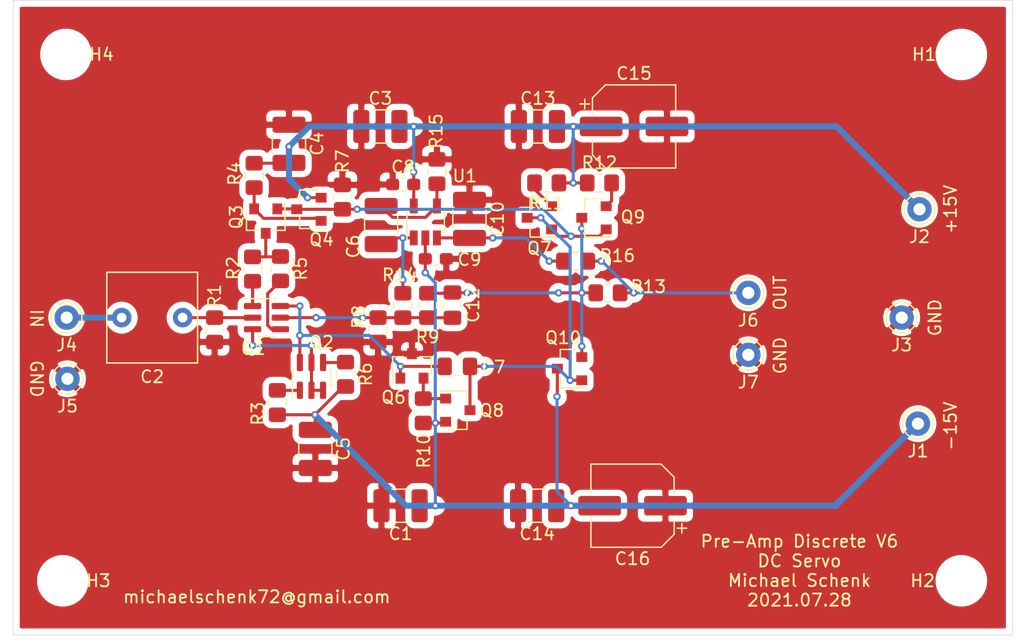
<source format=kicad_pcb>
(kicad_pcb (version 20171130) (host pcbnew "(5.1.10-0-10_14)")
  (layers (0 F.Cu signal) (31 B.Cu signal) (34 B.Paste user) (35 F.Paste user) (36 B.SilkS user) (37 F.SilkS user) (38 B.Mask user) (39 F.Mask user) (44 Edge.Cuts user))
  (net 0 "")
  (net 1 GND)
  (net 2 +15V)
  (net 3 "Net-(C2-Pad2)")
  (net 4 "Net-(C2-Pad1)")
  (net 5 -15V)
  (net 6 "Net-(C7-Pad2)")
  (net 7 "Net-(C7-Pad1)")
  (net 8 "Net-(C10-Pad2)")
  (net 9 "Net-(Q2-Pad1)")
  (net 10 "Net-(Q3-Pad3)")
  (net 11 "Net-(Q3-Pad2)")
  (net 12 "Net-(Q6-Pad2)")
  (net 13 "Net-(Q7-Pad2)")
  (net 14 "Net-(Q9-Pad2)")
  (net 15 "Net-(C12-Pad2)")
  (net 16 "Net-(C12-Pad1)")
  (net 17 "Net-(C6-Pad2)")
  (net 18 DCSERVO_OUT)
  (net 19 DCSERVO_IN)
  (net 20 "Net-(Q1-Pad4)")
  (net 21 "Net-(Q1-Pad3)")
  (net 22 "Net-(Q1-Pad1)")
  (net 23 "Net-(Q2-Pad4)")
  (net 24 "Net-(Q3-Pad1)")
  (module Capacitor_SMD:C_1210_3225Metric_Pad1.33x2.70mm_HandSolder (layer F.Cu) (at 152.019 106.2355)
    (fp_text reference C3 (at 0 -2.3) (layer F.SilkS))
    (fp_text value 100nF)
    (fp_line (start -0.711252 -1.36) (end 0.711252 -1.36) (layer F.SilkS) (width 0.12))
    (fp_line (start -0.711252 1.36) (end 0.711252 1.36) (layer F.SilkS) (width 0.12))
    (pad 2 smd roundrect (at 1.5625 0) (size 1.325 2.7) (layers F.Cu F.Paste F.Mask) (roundrect_rratio 0.188679) (net 2 +15V))
    (pad 1 smd roundrect (at -1.5625 0) (size 1.325 2.7) (layers F.Cu F.Paste F.Mask) (roundrect_rratio 0.188679) (net 1 GND))
  )
  (module Capacitor_SMD:C_1210_3225Metric_Pad1.33x2.70mm_HandSolder (layer F.Cu) (at 153.67 137.3505 180)
    (fp_text reference C1 (at 0 -2.3) (layer F.SilkS))
    (fp_text value 100nF)
    (fp_line (start -0.711252 -1.36) (end 0.711252 -1.36) (layer F.SilkS) (width 0.12))
    (fp_line (start -0.711252 1.36) (end 0.711252 1.36) (layer F.SilkS) (width 0.12))
    (pad 2 smd roundrect (at 1.5625 0 180) (size 1.325 2.7) (layers F.Cu F.Paste F.Mask) (roundrect_rratio 0.188679) (net 1 GND))
    (pad 1 smd roundrect (at -1.5625 0 180) (size 1.325 2.7) (layers F.Cu F.Paste F.Mask) (roundrect_rratio 0.188679) (net 5 -15V))
  )
  (module Capacitor_SMD:CP_Elec_6.3x5.8 (layer F.Cu) (at 172.6895 137.3505 180)
    (fp_text reference C16 (at 0 -4.35) (layer F.SilkS))
    (fp_text value 10uF/25V)
    (fp_line (start -4.04375 -2.24125) (end -4.04375 -1.45375) (layer F.SilkS) (width 0.12))
    (fp_line (start -4.4375 -1.8475) (end -3.65 -1.8475) (layer F.SilkS) (width 0.12))
    (fp_line (start -3.41 2.345563) (end -2.345563 3.41) (layer F.SilkS) (width 0.12))
    (fp_line (start -3.41 -2.345563) (end -2.345563 -3.41) (layer F.SilkS) (width 0.12))
    (fp_line (start -3.41 -2.345563) (end -3.41 -1.06) (layer F.SilkS) (width 0.12))
    (fp_line (start -3.41 2.345563) (end -3.41 1.06) (layer F.SilkS) (width 0.12))
    (fp_line (start -2.345563 3.41) (end 3.41 3.41) (layer F.SilkS) (width 0.12))
    (fp_line (start -2.345563 -3.41) (end 3.41 -3.41) (layer F.SilkS) (width 0.12))
    (fp_line (start 3.41 -3.41) (end 3.41 -1.06) (layer F.SilkS) (width 0.12))
    (fp_line (start 3.41 3.41) (end 3.41 1.06) (layer F.SilkS) (width 0.12))
    (pad 2 smd roundrect (at 2.7 0 180) (size 3.5 1.6) (layers F.Cu F.Paste F.Mask) (roundrect_rratio 0.15625) (net 5 -15V))
    (pad 1 smd roundrect (at -2.7 0 180) (size 3.5 1.6) (layers F.Cu F.Paste F.Mask) (roundrect_rratio 0.15625) (net 1 GND))
  )
  (module Capacitor_SMD:CP_Elec_6.3x5.8 (layer F.Cu) (at 172.8165 106.2355)
    (fp_text reference C15 (at 0 -4.35) (layer F.SilkS))
    (fp_text value 10uF/25V)
    (fp_line (start -4.04375 -2.24125) (end -4.04375 -1.45375) (layer F.SilkS) (width 0.12))
    (fp_line (start -4.4375 -1.8475) (end -3.65 -1.8475) (layer F.SilkS) (width 0.12))
    (fp_line (start -3.41 2.345563) (end -2.345563 3.41) (layer F.SilkS) (width 0.12))
    (fp_line (start -3.41 -2.345563) (end -2.345563 -3.41) (layer F.SilkS) (width 0.12))
    (fp_line (start -3.41 -2.345563) (end -3.41 -1.06) (layer F.SilkS) (width 0.12))
    (fp_line (start -3.41 2.345563) (end -3.41 1.06) (layer F.SilkS) (width 0.12))
    (fp_line (start -2.345563 3.41) (end 3.41 3.41) (layer F.SilkS) (width 0.12))
    (fp_line (start -2.345563 -3.41) (end 3.41 -3.41) (layer F.SilkS) (width 0.12))
    (fp_line (start 3.41 -3.41) (end 3.41 -1.06) (layer F.SilkS) (width 0.12))
    (fp_line (start 3.41 3.41) (end 3.41 1.06) (layer F.SilkS) (width 0.12))
    (pad 2 smd roundrect (at 2.7 0) (size 3.5 1.6) (layers F.Cu F.Paste F.Mask) (roundrect_rratio 0.15625) (net 1 GND))
    (pad 1 smd roundrect (at -2.7 0) (size 3.5 1.6) (layers F.Cu F.Paste F.Mask) (roundrect_rratio 0.15625) (net 2 +15V))
  )
  (module Capacitor_SMD:C_1210_3225Metric_Pad1.33x2.70mm_HandSolder (layer F.Cu) (at 164.871 137.3505 180)
    (fp_text reference C14 (at 0 -2.3) (layer F.SilkS))
    (fp_text value 100nF)
    (fp_line (start -0.711252 1.36) (end 0.711252 1.36) (layer F.SilkS) (width 0.12))
    (fp_line (start -0.711252 -1.36) (end 0.711252 -1.36) (layer F.SilkS) (width 0.12))
    (pad 2 smd roundrect (at 1.5625 0 180) (size 1.325 2.7) (layers F.Cu F.Paste F.Mask) (roundrect_rratio 0.188679) (net 1 GND))
    (pad 1 smd roundrect (at -1.5625 0 180) (size 1.325 2.7) (layers F.Cu F.Paste F.Mask) (roundrect_rratio 0.188679) (net 5 -15V))
  )
  (module Capacitor_SMD:C_1210_3225Metric_Pad1.33x2.70mm_HandSolder (layer F.Cu) (at 164.9345 106.2355)
    (fp_text reference C13 (at 0 -2.3) (layer F.SilkS))
    (fp_text value 100nF)
    (fp_line (start -0.711252 1.36) (end 0.711252 1.36) (layer F.SilkS) (width 0.12))
    (fp_line (start -0.711252 -1.36) (end 0.711252 -1.36) (layer F.SilkS) (width 0.12))
    (pad 2 smd roundrect (at 1.5625 0) (size 1.325 2.7) (layers F.Cu F.Paste F.Mask) (roundrect_rratio 0.188679) (net 2 +15V))
    (pad 1 smd roundrect (at -1.5625 0) (size 1.325 2.7) (layers F.Cu F.Paste F.Mask) (roundrect_rratio 0.188679) (net 1 GND))
  )
  (module Capacitor_SMD:C_1210_3225Metric_Pad1.33x2.70mm_HandSolder (layer F.Cu) (at 159.3215 113.817 270)
    (fp_text reference C10 (at 0 -2.3 90) (layer F.SilkS))
    (fp_text value 1uF)
    (fp_line (start -0.711252 1.36) (end 0.711252 1.36) (layer F.SilkS) (width 0.12))
    (fp_line (start -0.711252 -1.36) (end 0.711252 -1.36) (layer F.SilkS) (width 0.12))
    (pad 2 smd roundrect (at 1.5625 0 270) (size 1.325 2.7) (layers F.Cu F.Paste F.Mask) (roundrect_rratio 0.188679) (net 8 "Net-(C10-Pad2)"))
    (pad 1 smd roundrect (at -1.5625 0 270) (size 1.325 2.7) (layers F.Cu F.Paste F.Mask) (roundrect_rratio 0.188679) (net 1 GND))
  )
  (module Capacitor_SMD:C_1210_3225Metric_Pad1.33x2.70mm_HandSolder (layer F.Cu) (at 152.0825 114.3215 90)
    (fp_text reference C6 (at -1.7565 -2.286 270) (layer F.SilkS))
    (fp_text value 1uF)
    (fp_line (start -0.711252 1.36) (end 0.711252 1.36) (layer F.SilkS) (width 0.12))
    (fp_line (start -0.711252 -1.36) (end 0.711252 -1.36) (layer F.SilkS) (width 0.12))
    (pad 2 smd roundrect (at 1.5625 0 90) (size 1.325 2.7) (layers F.Cu F.Paste F.Mask) (roundrect_rratio 0.188679) (net 17 "Net-(C6-Pad2)"))
    (pad 1 smd roundrect (at -1.5625 0 90) (size 1.325 2.7) (layers F.Cu F.Paste F.Mask) (roundrect_rratio 0.188679) (net 18 DCSERVO_OUT))
  )
  (module Capacitor_SMD:C_1210_3225Metric_Pad1.33x2.70mm_HandSolder (layer F.Cu) (at 146.685 132.69 270)
    (fp_text reference C5 (at 0 -2.3 90) (layer F.SilkS))
    (fp_text value 100nF)
    (fp_line (start -0.711252 1.36) (end 0.711252 1.36) (layer F.SilkS) (width 0.12))
    (fp_line (start -0.711252 -1.36) (end 0.711252 -1.36) (layer F.SilkS) (width 0.12))
    (pad 2 smd roundrect (at 1.5625 0 270) (size 1.325 2.7) (layers F.Cu F.Paste F.Mask) (roundrect_rratio 0.188679) (net 1 GND))
    (pad 1 smd roundrect (at -1.5625 0 270) (size 1.325 2.7) (layers F.Cu F.Paste F.Mask) (roundrect_rratio 0.188679) (net 5 -15V))
  )
  (module Capacitor_SMD:C_1210_3225Metric_Pad1.33x2.70mm_HandSolder (layer F.Cu) (at 144.526 107.6575 270)
    (fp_text reference C4 (at 0 -2.3 90) (layer F.SilkS))
    (fp_text value 100nF)
    (fp_line (start -0.711252 1.36) (end 0.711252 1.36) (layer F.SilkS) (width 0.12))
    (fp_line (start -0.711252 -1.36) (end 0.711252 -1.36) (layer F.SilkS) (width 0.12))
    (pad 2 smd roundrect (at 1.5625 0 270) (size 1.325 2.7) (layers F.Cu F.Paste F.Mask) (roundrect_rratio 0.188679) (net 2 +15V))
    (pad 1 smd roundrect (at -1.5625 0 270) (size 1.325 2.7) (layers F.Cu F.Paste F.Mask) (roundrect_rratio 0.188679) (net 1 GND))
  )
  (module Package_TO_SOT_SMD:TSOT-23-5 (layer F.Cu) (at 155.7045 114.0695 90)
    (fp_text reference U1 (at 3.77 3.236 180) (layer F.SilkS))
    (fp_text value OPA188xxDBV)
    (fp_line (start 0.88 -1.51) (end -1.55 -1.51) (layer F.SilkS) (width 0.12))
    (fp_line (start -0.88 1.56) (end 0.88 1.56) (layer F.SilkS) (width 0.12))
    (pad 5 smd rect (at 1.31 -0.95 90) (size 1.22 0.65) (layers F.Cu F.Paste F.Mask) (net 2 +15V))
    (pad 4 smd rect (at 1.31 0.95 90) (size 1.22 0.65) (layers F.Cu F.Paste F.Mask) (net 17 "Net-(C6-Pad2)"))
    (pad 3 smd rect (at -1.31 0.95 90) (size 1.22 0.65) (layers F.Cu F.Paste F.Mask) (net 8 "Net-(C10-Pad2)"))
    (pad 2 smd rect (at -1.31 0 90) (size 1.22 0.65) (layers F.Cu F.Paste F.Mask) (net 5 -15V))
    (pad 1 smd rect (at -1.31 -0.95 90) (size 1.22 0.65) (layers F.Cu F.Paste F.Mask) (net 18 DCSERVO_OUT))
  )
  (module Resistor_SMD:R_0805_2012Metric_Pad1.20x1.40mm_HandSolder (layer F.Cu) (at 168.021 117.2845 180)
    (fp_text reference R16 (at -3.429 0.4445) (layer F.SilkS))
    (fp_text value 100k)
    (fp_line (start -0.227064 0.735) (end 0.227064 0.735) (layer F.SilkS) (width 0.12))
    (fp_line (start -0.227064 -0.735) (end 0.227064 -0.735) (layer F.SilkS) (width 0.12))
    (pad 2 smd roundrect (at 1 0 180) (size 1.2 1.4) (layers F.Cu F.Paste F.Mask) (roundrect_rratio 0.208333) (net 8 "Net-(C10-Pad2)"))
    (pad 1 smd roundrect (at -1 0 180) (size 1.2 1.4) (layers F.Cu F.Paste F.Mask) (roundrect_rratio 0.208333) (net 19 DCSERVO_IN))
  )
  (module Resistor_SMD:R_0805_2012Metric_Pad1.20x1.40mm_HandSolder (layer F.Cu) (at 156.6545 109.9345 90)
    (fp_text reference R15 (at 3.318 -0.0635 90) (layer F.SilkS))
    (fp_text value 100k)
    (fp_line (start -0.227064 0.735) (end 0.227064 0.735) (layer F.SilkS) (width 0.12))
    (fp_line (start -0.227064 -0.735) (end 0.227064 -0.735) (layer F.SilkS) (width 0.12))
    (pad 2 smd roundrect (at 1 0 90) (size 1.2 1.4) (layers F.Cu F.Paste F.Mask) (roundrect_rratio 0.208333) (net 1 GND))
    (pad 1 smd roundrect (at -1 0 90) (size 1.2 1.4) (layers F.Cu F.Paste F.Mask) (roundrect_rratio 0.208333) (net 17 "Net-(C6-Pad2)"))
  )
  (module Resistor_SMD:R_0805_2012Metric_Pad1.20x1.40mm_HandSolder (layer F.Cu) (at 153.8605 120.92 270)
    (fp_text reference R14 (at -2.4925 0.254 180) (layer F.SilkS))
    (fp_text value 10k)
    (fp_line (start -0.227064 0.735) (end 0.227064 0.735) (layer F.SilkS) (width 0.12))
    (fp_line (start -0.227064 -0.735) (end 0.227064 -0.735) (layer F.SilkS) (width 0.12))
    (pad 2 smd roundrect (at 1 0 270) (size 1.2 1.4) (layers F.Cu F.Paste F.Mask) (roundrect_rratio 0.208333) (net 15 "Net-(C12-Pad2)"))
    (pad 1 smd roundrect (at -1 0 270) (size 1.2 1.4) (layers F.Cu F.Paste F.Mask) (roundrect_rratio 0.208333) (net 18 DCSERVO_OUT))
  )
  (module Resistor_SMD:R_0805_2012Metric_Pad1.20x1.40mm_HandSolder (layer F.Cu) (at 148.9075 112.03 90)
    (fp_text reference R7 (at 2.937 0 90) (layer F.SilkS))
    (fp_text value 10k)
    (fp_line (start -0.227064 0.735) (end 0.227064 0.735) (layer F.SilkS) (width 0.12))
    (fp_line (start -0.227064 -0.735) (end 0.227064 -0.735) (layer F.SilkS) (width 0.12))
    (pad 2 smd roundrect (at 1 0 90) (size 1.2 1.4) (layers F.Cu F.Paste F.Mask) (roundrect_rratio 0.208333) (net 1 GND))
    (pad 1 smd roundrect (at -1 0 90) (size 1.2 1.4) (layers F.Cu F.Paste F.Mask) (roundrect_rratio 0.208333) (net 24 "Net-(Q3-Pad1)"))
  )
  (module Resistor_SMD:R_0805_2012Metric_Pad1.20x1.40mm_HandSolder (layer F.Cu) (at 141.6685 110.252 270)
    (fp_text reference R4 (at -0.143 1.5875 90) (layer F.SilkS))
    (fp_text value 150R)
    (fp_line (start -0.227064 0.735) (end 0.227064 0.735) (layer F.SilkS) (width 0.12))
    (fp_line (start -0.227064 -0.735) (end 0.227064 -0.735) (layer F.SilkS) (width 0.12))
    (pad 2 smd roundrect (at 1 0 270) (size 1.2 1.4) (layers F.Cu F.Paste F.Mask) (roundrect_rratio 0.208333) (net 11 "Net-(Q3-Pad2)"))
    (pad 1 smd roundrect (at -1 0 270) (size 1.2 1.4) (layers F.Cu F.Paste F.Mask) (roundrect_rratio 0.208333) (net 2 +15V))
  )
  (module Package_TO_SOT_SMD:SOT-23 (layer F.Cu) (at 146.161 113.03 180)
    (fp_text reference Q4 (at -1.032 -2.5) (layer F.SilkS))
    (fp_text value BC860C)
    (fp_line (start 0.76 1.58) (end -0.7 1.58) (layer F.SilkS) (width 0.12))
    (fp_line (start 0.76 -1.58) (end -1.4 -1.58) (layer F.SilkS) (width 0.12))
    (fp_line (start 0.76 -1.58) (end 0.76 -0.65) (layer F.SilkS) (width 0.12))
    (fp_line (start 0.76 1.58) (end 0.76 0.65) (layer F.SilkS) (width 0.12))
    (pad 3 smd rect (at 1 0 180) (size 0.9 0.8) (layers F.Cu F.Paste F.Mask) (net 24 "Net-(Q3-Pad1)"))
    (pad 2 smd rect (at -1 0.95 180) (size 0.9 0.8) (layers F.Cu F.Paste F.Mask) (net 2 +15V))
    (pad 1 smd rect (at -1 -0.95 180) (size 0.9 0.8) (layers F.Cu F.Paste F.Mask) (net 11 "Net-(Q3-Pad2)"))
  )
  (module Package_TO_SOT_SMD:SOT-23 (layer F.Cu) (at 142.621 113.9985 270)
    (fp_text reference Q3 (at -0.3335 2.413 90) (layer F.SilkS))
    (fp_text value BC860C)
    (fp_line (start 0.76 1.58) (end -0.7 1.58) (layer F.SilkS) (width 0.12))
    (fp_line (start 0.76 -1.58) (end -1.4 -1.58) (layer F.SilkS) (width 0.12))
    (fp_line (start 0.76 -1.58) (end 0.76 -0.65) (layer F.SilkS) (width 0.12))
    (fp_line (start 0.76 1.58) (end 0.76 0.65) (layer F.SilkS) (width 0.12))
    (pad 3 smd rect (at 1 0 270) (size 0.9 0.8) (layers F.Cu F.Paste F.Mask) (net 10 "Net-(Q3-Pad3)"))
    (pad 2 smd rect (at -1 0.95 270) (size 0.9 0.8) (layers F.Cu F.Paste F.Mask) (net 11 "Net-(Q3-Pad2)"))
    (pad 1 smd rect (at -1 -0.95 270) (size 0.9 0.8) (layers F.Cu F.Paste F.Mask) (net 24 "Net-(Q3-Pad1)"))
  )
  (module Package_SO:SC-74-6_1.5x2.9mm_P0.95mm (layer F.Cu) (at 146.3675 126.7405 90)
    (fp_text reference Q2 (at 2.7885 0.8255 180) (layer F.SilkS))
    (fp_text value BCM847DS,115)
    (fp_line (start 0 -1.56) (end -1.85 -1.56) (layer F.SilkS) (width 0.12))
    (fp_line (start 0 -1.56) (end 0.75 -1.56) (layer F.SilkS) (width 0.12))
    (fp_line (start 0 1.56) (end -0.75 1.56) (layer F.SilkS) (width 0.12))
    (fp_line (start 0 1.56) (end 0.75 1.56) (layer F.SilkS) (width 0.12))
    (pad 6 smd roundrect (at 1.1375 -0.95 90) (size 1.425 0.5) (layers F.Cu F.Paste F.Mask) (net 6 "Net-(C7-Pad2)"))
    (pad 5 smd roundrect (at 1.1375 0 90) (size 1.425 0.5) (layers F.Cu F.Paste F.Mask) (net 21 "Net-(Q1-Pad3)"))
    (pad 4 smd roundrect (at 1.1375 0.95 90) (size 1.425 0.5) (layers F.Cu F.Paste F.Mask) (net 23 "Net-(Q2-Pad4)"))
    (pad 3 smd roundrect (at -1.1375 0.95 90) (size 1.425 0.5) (layers F.Cu F.Paste F.Mask) (net 21 "Net-(Q1-Pad3)"))
    (pad 2 smd roundrect (at -1.1375 0 90) (size 1.425 0.5) (layers F.Cu F.Paste F.Mask) (net 21 "Net-(Q1-Pad3)"))
    (pad 1 smd roundrect (at -1.1375 -0.95 90) (size 1.425 0.5) (layers F.Cu F.Paste F.Mask) (net 9 "Net-(Q2-Pad1)"))
  )
  (module Package_SO:SC-74-6_1.5x2.9mm_P0.95mm (layer F.Cu) (at 142.679 121.92)
    (fp_text reference Q1 (at -1.074 2.54) (layer F.SilkS))
    (fp_text value BCM857DS,115)
    (fp_line (start 0 -1.56) (end -1.85 -1.56) (layer F.SilkS) (width 0.12))
    (fp_line (start 0 -1.56) (end 0.75 -1.56) (layer F.SilkS) (width 0.12))
    (fp_line (start 0 1.56) (end -0.75 1.56) (layer F.SilkS) (width 0.12))
    (fp_line (start 0 1.56) (end 0.75 1.56) (layer F.SilkS) (width 0.12))
    (pad 6 smd roundrect (at 1.1375 -0.95) (size 1.425 0.5) (layers F.Cu F.Paste F.Mask) (net 6 "Net-(C7-Pad2)"))
    (pad 5 smd roundrect (at 1.1375 0) (size 1.425 0.5) (layers F.Cu F.Paste F.Mask) (net 15 "Net-(C12-Pad2)"))
    (pad 4 smd roundrect (at 1.1375 0.95) (size 1.425 0.5) (layers F.Cu F.Paste F.Mask) (net 20 "Net-(Q1-Pad4)"))
    (pad 3 smd roundrect (at -1.1375 0.95) (size 1.425 0.5) (layers F.Cu F.Paste F.Mask) (net 21 "Net-(Q1-Pad3)"))
    (pad 2 smd roundrect (at -1.1375 0) (size 1.425 0.5) (layers F.Cu F.Paste F.Mask) (net 4 "Net-(C2-Pad1)"))
    (pad 1 smd roundrect (at -1.1375 -0.95) (size 1.425 0.5) (layers F.Cu F.Paste F.Mask) (net 22 "Net-(Q1-Pad1)"))
  )
  (module Connector_Pin:Pin_D1.0mm_L10.0mm (layer F.Cu) (at 194.7545 121.92)
    (fp_text reference J3 (at 0 2.25) (layer F.SilkS))
    (fp_text value Conn_01x01)
    (fp_circle (center 0 0) (end 1.25 0.05) (layer F.SilkS) (width 0.12))
    (pad 1 thru_hole circle (at 0 0) (size 2 2) (drill 1) (layers *.Cu *.Mask) (net 1 GND))
  )
  (module Connector_Pin:Pin_D1.0mm_L10.0mm (layer F.Cu) (at 196.215 113.03)
    (fp_text reference J2 (at 0 2.25) (layer F.SilkS))
    (fp_text value Conn_01x01)
    (fp_circle (center 0 0) (end 1.25 0.05) (layer F.SilkS) (width 0.12))
    (pad 1 thru_hole circle (at 0 0) (size 2 2) (drill 1) (layers *.Cu *.Mask) (net 2 +15V))
  )
  (module Connector_Pin:Pin_D1.0mm_L10.0mm (layer F.Cu) (at 196.088 130.6195)
    (fp_text reference J1 (at 0 2.25) (layer F.SilkS))
    (fp_text value Conn_01x01)
    (fp_circle (center 0 0) (end 1.25 0.05) (layer F.SilkS) (width 0.12))
    (pad 1 thru_hole circle (at 0 0) (size 2 2) (drill 1) (layers *.Cu *.Mask) (net 5 -15V))
  )
  (module Capacitor_SMD:C_0603_1608Metric_Pad1.08x0.95mm_HandSolder (layer F.Cu) (at 156.5645 117.094 180)
    (fp_text reference C9 (at -2.7675 -0.0635) (layer F.SilkS))
    (fp_text value 100nF)
    (fp_line (start -0.146267 0.51) (end 0.146267 0.51) (layer F.SilkS) (width 0.12))
    (fp_line (start -0.146267 -0.51) (end 0.146267 -0.51) (layer F.SilkS) (width 0.12))
    (pad 2 smd roundrect (at 0.8625 0 180) (size 1.075 0.95) (layers F.Cu F.Paste F.Mask) (net 5 -15V))
    (pad 1 smd roundrect (at -0.8625 0 180) (size 1.075 0.95) (layers F.Cu F.Paste F.Mask) (net 1 GND))
  )
  (module Capacitor_SMD:C_0603_1608Metric_Pad1.08x0.95mm_HandSolder (layer F.Cu) (at 153.887 110.998)
    (fp_text reference C8 (at 0 -1.43) (layer F.SilkS))
    (fp_text value 100nF)
    (fp_line (start -0.146267 0.51) (end 0.146267 0.51) (layer F.SilkS) (width 0.12))
    (fp_line (start -0.146267 -0.51) (end 0.146267 -0.51) (layer F.SilkS) (width 0.12))
    (pad 2 smd roundrect (at 0.8625 0) (size 1.075 0.95) (layers F.Cu F.Paste F.Mask) (net 2 +15V))
    (pad 1 smd roundrect (at -0.8625 0) (size 1.075 0.95) (layers F.Cu F.Paste F.Mask) (net 1 GND))
  )
  (module Connector_Pin:Pin_D1.0mm_L10.0mm (layer F.Cu) (at 182.1815 124.968)
    (fp_text reference J7 (at 0 2.25) (layer F.SilkS))
    (fp_text value Conn_01x01)
    (fp_circle (center 0 0) (end 1.25 0.05) (layer F.SilkS) (width 0.12))
    (pad 1 thru_hole circle (at 0 0) (size 2 2) (drill 1) (layers *.Cu *.Mask) (net 1 GND))
  )
  (module Connector_Pin:Pin_D1.0mm_L10.0mm (layer F.Cu) (at 182.1815 119.888)
    (fp_text reference J6 (at 0 2.25) (layer F.SilkS))
    (fp_text value Conn_01x01)
    (fp_circle (center 0 0) (end 1.25 0.05) (layer F.SilkS) (width 0.12))
    (pad 1 thru_hole circle (at 0 0) (size 2 2) (drill 1) (layers *.Cu *.Mask) (net 19 DCSERVO_IN))
  )
  (module Connector_Pin:Pin_D1.0mm_L10.0mm (layer F.Cu) (at 126.365 126.9365)
    (fp_text reference J5 (at 0 2.25) (layer F.SilkS))
    (fp_text value Conn_01x01)
    (fp_circle (center 0 0) (end 1.25 0.05) (layer F.SilkS) (width 0.12))
    (pad 1 thru_hole circle (at 0 0) (size 2 2) (drill 1) (layers *.Cu *.Mask) (net 1 GND))
  )
  (module Connector_Pin:Pin_D1.0mm_L10.0mm (layer F.Cu) (at 126.3015 121.92)
    (fp_text reference J4 (at 0 2.25) (layer F.SilkS))
    (fp_text value Conn_01x01)
    (fp_circle (center 0 0) (end 1.25 0.05) (layer F.SilkS) (width 0.12))
    (pad 1 thru_hole circle (at 0 0) (size 2 2) (drill 1) (layers *.Cu *.Mask) (net 3 "Net-(C2-Pad2)"))
  )
  (module Package_TO_SOT_SMD:SOT-23 (layer F.Cu) (at 167.529 126.1085 180)
    (fp_text reference Q10 (at 0.524 2.5375) (layer F.SilkS))
    (fp_text value BC860C)
    (fp_line (start 0.76 1.58) (end -0.7 1.58) (layer F.SilkS) (width 0.12))
    (fp_line (start 0.76 -1.58) (end -1.4 -1.58) (layer F.SilkS) (width 0.12))
    (fp_line (start 0.76 -1.58) (end 0.76 -0.65) (layer F.SilkS) (width 0.12))
    (fp_line (start 0.76 1.58) (end 0.76 0.65) (layer F.SilkS) (width 0.12))
    (pad 3 smd rect (at 1 0 180) (size 0.9 0.8) (layers F.Cu F.Paste F.Mask) (net 5 -15V))
    (pad 2 smd rect (at -1 0.95 180) (size 0.9 0.8) (layers F.Cu F.Paste F.Mask) (net 16 "Net-(C12-Pad1)"))
    (pad 1 smd rect (at -1 -0.95 180) (size 0.9 0.8) (layers F.Cu F.Paste F.Mask) (net 7 "Net-(C7-Pad1)"))
  )
  (module Capacitor_SMD:C_0805_2012Metric_Pad1.18x1.45mm_HandSolder (layer F.Cu) (at 158.327 125.9205 180)
    (fp_text reference C7 (at -2.963 -0.0635) (layer F.SilkS))
    (fp_text value 270pF)
    (fp_line (start -0.261252 0.735) (end 0.261252 0.735) (layer F.SilkS) (width 0.12))
    (fp_line (start -0.261252 -0.735) (end 0.261252 -0.735) (layer F.SilkS) (width 0.12))
    (pad 2 smd roundrect (at 1.0375 0 180) (size 1.175 1.45) (layers F.Cu F.Paste F.Mask) (roundrect_rratio 0.2127659574468085) (net 6 "Net-(C7-Pad2)"))
    (pad 1 smd roundrect (at -1.0375 0 180) (size 1.175 1.45) (layers F.Cu F.Paste F.Mask) (roundrect_rratio 0.2127659574468085) (net 7 "Net-(C7-Pad1)"))
  )
  (module Capacitor_SMD:C_0805_2012Metric_Pad1.18x1.45mm_HandSolder (layer F.Cu) (at 157.9245 120.8952 270)
    (fp_text reference C12 (at 0 -1.68 90) (layer F.SilkS))
    (fp_text value 4.7pF)
    (fp_line (start -0.261252 -0.735) (end 0.261252 -0.735) (layer F.SilkS) (width 0.12))
    (fp_line (start -0.261252 0.735) (end 0.261252 0.735) (layer F.SilkS) (width 0.12))
    (pad 2 smd roundrect (at 1.0375 0 270) (size 1.175 1.45) (layers F.Cu F.Paste F.Mask) (roundrect_rratio 0.2127659574468085) (net 15 "Net-(C12-Pad2)"))
    (pad 1 smd roundrect (at -1.0375 0 270) (size 1.175 1.45) (layers F.Cu F.Paste F.Mask) (roundrect_rratio 0.2127659574468085) (net 16 "Net-(C12-Pad1)"))
  )
  (module Package_TO_SOT_SMD:SOT-23 (layer F.Cu) (at 169.529 113.7285 180)
    (fp_text reference Q9 (at -3.191 0.0635) (layer F.SilkS))
    (fp_text value BC860C)
    (fp_line (start 0.76 1.58) (end 0.76 0.65) (layer F.SilkS) (width 0.12))
    (fp_line (start 0.76 -1.58) (end 0.76 -0.65) (layer F.SilkS) (width 0.12))
    (fp_line (start 0.76 -1.58) (end -1.4 -1.58) (layer F.SilkS) (width 0.12))
    (fp_line (start 0.76 1.58) (end -0.7 1.58) (layer F.SilkS) (width 0.12))
    (pad 1 smd rect (at -1 -0.95 180) (size 0.9 0.8) (layers F.Cu F.Paste F.Mask) (net 24 "Net-(Q3-Pad1)"))
    (pad 2 smd rect (at -1 0.95 180) (size 0.9 0.8) (layers F.Cu F.Paste F.Mask) (net 14 "Net-(Q9-Pad2)"))
    (pad 3 smd rect (at 1 0 180) (size 0.9 0.8) (layers F.Cu F.Paste F.Mask) (net 16 "Net-(C12-Pad1)"))
  )
  (module Resistor_SMD:R_0805_2012Metric_Pad1.20x1.40mm_HandSolder (layer F.Cu) (at 138.43 122.92 270)
    (fp_text reference R1 (at -2.778 0 90) (layer F.SilkS))
    (fp_text value 10k)
    (fp_line (start -0.227064 0.735) (end 0.227064 0.735) (layer F.SilkS) (width 0.12))
    (fp_line (start -0.227064 -0.735) (end 0.227064 -0.735) (layer F.SilkS) (width 0.12))
    (pad 2 smd roundrect (at 1 0 270) (size 1.2 1.4) (layers F.Cu F.Paste F.Mask) (roundrect_rratio 0.2083325) (net 1 GND))
    (pad 1 smd roundrect (at -1 0 270) (size 1.2 1.4) (layers F.Cu F.Paste F.Mask) (roundrect_rratio 0.2083325) (net 4 "Net-(C2-Pad1)"))
  )
  (module Resistor_SMD:R_0805_2012Metric_Pad1.20x1.40mm_HandSolder (layer F.Cu) (at 170.672 119.888 180)
    (fp_text reference R13 (at -3.318 0.508) (layer F.SilkS))
    (fp_text value 47R)
    (fp_line (start -0.227064 0.735) (end 0.227064 0.735) (layer F.SilkS) (width 0.12))
    (fp_line (start -0.227064 -0.735) (end 0.227064 -0.735) (layer F.SilkS) (width 0.12))
    (pad 2 smd roundrect (at 1 0 180) (size 1.2 1.4) (layers F.Cu F.Paste F.Mask) (roundrect_rratio 0.2083325) (net 16 "Net-(C12-Pad1)"))
    (pad 1 smd roundrect (at -1 0 180) (size 1.2 1.4) (layers F.Cu F.Paste F.Mask) (roundrect_rratio 0.2083325) (net 19 DCSERVO_IN))
  )
  (module Resistor_SMD:R_0805_2012Metric_Pad1.20x1.40mm_HandSolder (layer F.Cu) (at 169.9735 110.871)
    (fp_text reference R12 (at 0 -1.65) (layer F.SilkS))
    (fp_text value 100R)
    (fp_line (start -0.227064 0.735) (end 0.227064 0.735) (layer F.SilkS) (width 0.12))
    (fp_line (start -0.227064 -0.735) (end 0.227064 -0.735) (layer F.SilkS) (width 0.12))
    (pad 2 smd roundrect (at 1 0) (size 1.2 1.4) (layers F.Cu F.Paste F.Mask) (roundrect_rratio 0.2083325) (net 14 "Net-(Q9-Pad2)"))
    (pad 1 smd roundrect (at -1 0) (size 1.2 1.4) (layers F.Cu F.Paste F.Mask) (roundrect_rratio 0.2083325) (net 2 +15V))
  )
  (module Resistor_SMD:R_0805_2012Metric_Pad1.20x1.40mm_HandSolder (layer F.Cu) (at 165.6555 110.871 180)
    (fp_text reference R11 (at 0 -1.65) (layer F.SilkS))
    (fp_text value 100R)
    (fp_line (start -0.227064 0.735) (end 0.227064 0.735) (layer F.SilkS) (width 0.12))
    (fp_line (start -0.227064 -0.735) (end 0.227064 -0.735) (layer F.SilkS) (width 0.12))
    (pad 2 smd roundrect (at 1 0 180) (size 1.2 1.4) (layers F.Cu F.Paste F.Mask) (roundrect_rratio 0.2083325) (net 13 "Net-(Q7-Pad2)"))
    (pad 1 smd roundrect (at -1 0 180) (size 1.2 1.4) (layers F.Cu F.Paste F.Mask) (roundrect_rratio 0.2083325) (net 2 +15V))
  )
  (module Resistor_SMD:R_0805_2012Metric_Pad1.20x1.40mm_HandSolder (layer F.Cu) (at 155.5369 129.5621 270)
    (fp_text reference R10 (at 3.2799 -0.0381 90) (layer F.SilkS))
    (fp_text value 2k2)
    (fp_line (start -0.227064 0.735) (end 0.227064 0.735) (layer F.SilkS) (width 0.12))
    (fp_line (start -0.227064 -0.735) (end 0.227064 -0.735) (layer F.SilkS) (width 0.12))
    (pad 2 smd roundrect (at 1 0 270) (size 1.2 1.4) (layers F.Cu F.Paste F.Mask) (roundrect_rratio 0.2083325) (net 5 -15V))
    (pad 1 smd roundrect (at -1 0 270) (size 1.2 1.4) (layers F.Cu F.Paste F.Mask) (roundrect_rratio 0.2083325) (net 12 "Net-(Q6-Pad2)"))
  )
  (module Resistor_SMD:R_0805_2012Metric_Pad1.20x1.40mm_HandSolder (layer F.Cu) (at 155.8925 120.92 270)
    (fp_text reference R9 (at 2.5875 0 180) (layer F.SilkS))
    (fp_text value 10k)
    (fp_line (start -0.227064 0.735) (end 0.227064 0.735) (layer F.SilkS) (width 0.12))
    (fp_line (start -0.227064 -0.735) (end 0.227064 -0.735) (layer F.SilkS) (width 0.12))
    (pad 2 smd roundrect (at 1 0 270) (size 1.2 1.4) (layers F.Cu F.Paste F.Mask) (roundrect_rratio 0.2083325) (net 15 "Net-(C12-Pad2)"))
    (pad 1 smd roundrect (at -1 0 270) (size 1.2 1.4) (layers F.Cu F.Paste F.Mask) (roundrect_rratio 0.2083325) (net 16 "Net-(C12-Pad1)"))
  )
  (module Resistor_SMD:R_0805_2012Metric_Pad1.20x1.40mm_HandSolder (layer F.Cu) (at 151.8285 122.92 270)
    (fp_text reference R8 (at -1.0635 1.5875 90) (layer F.SilkS))
    (fp_text value 10k)
    (fp_line (start -0.227064 0.735) (end 0.227064 0.735) (layer F.SilkS) (width 0.12))
    (fp_line (start -0.227064 -0.735) (end 0.227064 -0.735) (layer F.SilkS) (width 0.12))
    (pad 2 smd roundrect (at 1 0 270) (size 1.2 1.4) (layers F.Cu F.Paste F.Mask) (roundrect_rratio 0.2083325) (net 1 GND))
    (pad 1 smd roundrect (at -1 0 270) (size 1.2 1.4) (layers F.Cu F.Paste F.Mask) (roundrect_rratio 0.2083325) (net 15 "Net-(C12-Pad2)"))
  )
  (module Resistor_SMD:R_0805_2012Metric_Pad1.20x1.40mm_HandSolder (layer F.Cu) (at 149.1615 126.5715 270)
    (fp_text reference R6 (at 0 -1.65 90) (layer F.SilkS))
    (fp_text value 68)
    (fp_line (start -0.227064 0.735) (end 0.227064 0.735) (layer F.SilkS) (width 0.12))
    (fp_line (start -0.227064 -0.735) (end 0.227064 -0.735) (layer F.SilkS) (width 0.12))
    (pad 2 smd roundrect (at 1 0 270) (size 1.2 1.4) (layers F.Cu F.Paste F.Mask) (roundrect_rratio 0.2083325) (net 5 -15V))
    (pad 1 smd roundrect (at -1 0 270) (size 1.2 1.4) (layers F.Cu F.Paste F.Mask) (roundrect_rratio 0.2083325) (net 23 "Net-(Q2-Pad4)"))
  )
  (module Resistor_SMD:R_0805_2012Metric_Pad1.20x1.40mm_HandSolder (layer F.Cu) (at 143.8275 117.9035 270)
    (fp_text reference R5 (at 0 -1.65 90) (layer F.SilkS))
    (fp_text value 100R)
    (fp_line (start -0.227064 0.735) (end 0.227064 0.735) (layer F.SilkS) (width 0.12))
    (fp_line (start -0.227064 -0.735) (end 0.227064 -0.735) (layer F.SilkS) (width 0.12))
    (pad 2 smd roundrect (at 1 0 270) (size 1.2 1.4) (layers F.Cu F.Paste F.Mask) (roundrect_rratio 0.2083325) (net 20 "Net-(Q1-Pad4)"))
    (pad 1 smd roundrect (at -1 0 270) (size 1.2 1.4) (layers F.Cu F.Paste F.Mask) (roundrect_rratio 0.2083325) (net 10 "Net-(Q3-Pad3)"))
  )
  (module Resistor_SMD:R_0805_2012Metric_Pad1.20x1.40mm_HandSolder (layer F.Cu) (at 143.5735 128.889 270)
    (fp_text reference R3 (at 0.905 1.5875 90) (layer F.SilkS))
    (fp_text value 68)
    (fp_line (start -0.227064 0.735) (end 0.227064 0.735) (layer F.SilkS) (width 0.12))
    (fp_line (start -0.227064 -0.735) (end 0.227064 -0.735) (layer F.SilkS) (width 0.12))
    (pad 2 smd roundrect (at 1 0 270) (size 1.2 1.4) (layers F.Cu F.Paste F.Mask) (roundrect_rratio 0.2083325) (net 5 -15V))
    (pad 1 smd roundrect (at -1 0 270) (size 1.2 1.4) (layers F.Cu F.Paste F.Mask) (roundrect_rratio 0.2083325) (net 9 "Net-(Q2-Pad1)"))
  )
  (module Resistor_SMD:R_0805_2012Metric_Pad1.20x1.40mm_HandSolder (layer F.Cu) (at 141.5415 117.9355 270)
    (fp_text reference R2 (at -0.0795 1.5875 90) (layer F.SilkS))
    (fp_text value 100R)
    (fp_line (start -0.227064 0.735) (end 0.227064 0.735) (layer F.SilkS) (width 0.12))
    (fp_line (start -0.227064 -0.735) (end 0.227064 -0.735) (layer F.SilkS) (width 0.12))
    (pad 2 smd roundrect (at 1 0 270) (size 1.2 1.4) (layers F.Cu F.Paste F.Mask) (roundrect_rratio 0.2083325) (net 22 "Net-(Q1-Pad1)"))
    (pad 1 smd roundrect (at -1 0 270) (size 1.2 1.4) (layers F.Cu F.Paste F.Mask) (roundrect_rratio 0.2083325) (net 10 "Net-(Q3-Pad3)"))
  )
  (module Package_TO_SOT_SMD:SOT-23 (layer F.Cu) (at 158.3657 129.5121)
    (fp_text reference Q8 (at 2.7973 0.0279) (layer F.SilkS))
    (fp_text value BC850C)
    (fp_line (start 0.76 1.58) (end -0.7 1.58) (layer F.SilkS) (width 0.12))
    (fp_line (start 0.76 -1.58) (end -1.4 -1.58) (layer F.SilkS) (width 0.12))
    (fp_line (start 0.76 -1.58) (end 0.76 -0.65) (layer F.SilkS) (width 0.12))
    (fp_line (start 0.76 1.58) (end 0.76 0.65) (layer F.SilkS) (width 0.12))
    (pad 3 smd rect (at 1 0) (size 0.9 0.8) (layers F.Cu F.Paste F.Mask) (net 7 "Net-(C7-Pad1)"))
    (pad 2 smd rect (at -1 0.95) (size 0.9 0.8) (layers F.Cu F.Paste F.Mask) (net 5 -15V))
    (pad 1 smd rect (at -1 -0.95) (size 0.9 0.8) (layers F.Cu F.Paste F.Mask) (net 12 "Net-(Q6-Pad2)"))
  )
  (module Package_TO_SOT_SMD:SOT-23 (layer F.Cu) (at 165.0525 113.731 180)
    (fp_text reference Q7 (at 0 -2.5) (layer F.SilkS))
    (fp_text value BC860C)
    (fp_line (start 0.76 1.58) (end -0.7 1.58) (layer F.SilkS) (width 0.12))
    (fp_line (start 0.76 -1.58) (end -1.4 -1.58) (layer F.SilkS) (width 0.12))
    (fp_line (start 0.76 -1.58) (end 0.76 -0.65) (layer F.SilkS) (width 0.12))
    (fp_line (start 0.76 1.58) (end 0.76 0.65) (layer F.SilkS) (width 0.12))
    (pad 3 smd rect (at 1 0 180) (size 0.9 0.8) (layers F.Cu F.Paste F.Mask) (net 7 "Net-(C7-Pad1)"))
    (pad 2 smd rect (at -1 0.95 180) (size 0.9 0.8) (layers F.Cu F.Paste F.Mask) (net 13 "Net-(Q7-Pad2)"))
    (pad 1 smd rect (at -1 -0.95 180) (size 0.9 0.8) (layers F.Cu F.Paste F.Mask) (net 24 "Net-(Q3-Pad1)"))
  )
  (module Package_TO_SOT_SMD:SOT-23 (layer F.Cu) (at 154.6073 125.8857 90)
    (fp_text reference Q6 (at -2.5748 -1.5088 180) (layer F.SilkS))
    (fp_text value BC850C)
    (fp_line (start 0.76 1.58) (end -0.7 1.58) (layer F.SilkS) (width 0.12))
    (fp_line (start 0.76 -1.58) (end -1.4 -1.58) (layer F.SilkS) (width 0.12))
    (fp_line (start 0.76 -1.58) (end 0.76 -0.65) (layer F.SilkS) (width 0.12))
    (fp_line (start 0.76 1.58) (end 0.76 0.65) (layer F.SilkS) (width 0.12))
    (pad 3 smd rect (at 1 0 90) (size 0.9 0.8) (layers F.Cu F.Paste F.Mask) (net 1 GND))
    (pad 2 smd rect (at -1 0.95 90) (size 0.9 0.8) (layers F.Cu F.Paste F.Mask) (net 12 "Net-(Q6-Pad2)"))
    (pad 1 smd rect (at -1 -0.95 90) (size 0.9 0.8) (layers F.Cu F.Paste F.Mask) (net 6 "Net-(C7-Pad2)"))
  )
  (module MountingHole:MountingHole_3.2mm_M3 (layer F.Cu) (at 126.238 100.33)
    (fp_text reference H4 (at 2.921 0) (layer F.SilkS))
    (fp_text value MountingHole)
    (pad 1 np_thru_hole circle (at 0 0) (size 3.2 3.2) (drill 3.2) (layers *.Cu *.Mask))
  )
  (module MountingHole:MountingHole_3.2mm_M3 (layer F.Cu) (at 125.984 143.51)
    (fp_text reference H3 (at 2.921 0) (layer F.SilkS))
    (fp_text value MountingHole)
    (pad 1 np_thru_hole circle (at 0 0) (size 3.2 3.2) (drill 3.2) (layers *.Cu *.Mask))
  )
  (module MountingHole:MountingHole_3.2mm_M3 (layer F.Cu) (at 199.644 143.51)
    (fp_text reference H2 (at -3.175 0) (layer F.SilkS))
    (fp_text value MountingHole)
    (pad 1 np_thru_hole circle (at 0 0) (size 3.2 3.2) (drill 3.2) (layers *.Cu *.Mask))
  )
  (module MountingHole:MountingHole_3.2mm_M3 (layer F.Cu) (at 199.644 100.33)
    (fp_text reference H1 (at -3.048 0) (layer F.SilkS))
    (fp_text value MountingHole)
    (pad 1 np_thru_hole circle (at 0 0) (size 3.2 3.2) (drill 3.2) (layers *.Cu *.Mask))
  )
  (module Capacitor_THT:C_Rect_L7.2mm_W7.2mm_P5.00mm_FKS2_FKP2_MKS2_MKP2 (layer F.Cu) (at 135.81 121.92 180)
    (fp_text reference C2 (at 2.5 -4.85) (layer F.SilkS))
    (fp_text value 2.2uF)
    (fp_line (start 6.22 -3.72) (end 6.22 3.72) (layer F.SilkS) (width 0.12))
    (fp_line (start -1.22 -3.72) (end -1.22 3.72) (layer F.SilkS) (width 0.12))
    (fp_line (start -1.22 3.72) (end 6.22 3.72) (layer F.SilkS) (width 0.12))
    (fp_line (start -1.22 -3.72) (end 6.22 -3.72) (layer F.SilkS) (width 0.12))
    (pad 2 thru_hole circle (at 5 0 180) (size 1.6 1.6) (drill 0.8) (layers *.Cu *.Mask) (net 3 "Net-(C2-Pad2)"))
    (pad 1 thru_hole circle (at 0 0 180) (size 1.6 1.6) (drill 0.8) (layers *.Cu *.Mask) (net 4 "Net-(C2-Pad1)"))
  )
  (gr_text GND (at 197.485 121.92 90) (layer F.SilkS) (effects (font (size 1 1))))
  (gr_text michaelschenk72@gmail.com (at 141.8844 144.8308) (layer F.SilkS) (effects (font (size 1 1))))
  (gr_text "Pre-Amp Discrete V6\nDC Servo\nMichael Schenk\n2021.07.28" (at 186.3725 142.6845) (layer F.SilkS) (effects (font (size 1 1))))
  (gr_line (start 203.835 95.885) (end 121.92 95.885) (layer Edge.Cuts) (width 0.05))
  (gr_line (start 203.835 147.955) (end 203.835 95.885) (layer Edge.Cuts) (width 0.05))
  (gr_line (start 121.92 147.955) (end 203.835 147.955) (layer Edge.Cuts) (width 0.05))
  (gr_line (start 121.92 96.52) (end 121.92 147.955) (layer Edge.Cuts) (width 0.05))
  (gr_line (start 121.92 95.885) (end 121.92 96.52) (layer Edge.Cuts) (width 0.05))
  (gr_text GND (at 184.785 125.0315 90) (layer F.SilkS) (effects (font (size 1 1))))
  (gr_text OUT (at 184.785 119.888 90) (layer F.SilkS) (effects (font (size 1 1))))
  (gr_text GND (at 123.825 126.9365 270) (layer F.SilkS) (effects (font (size 1 1))))
  (gr_text IN (at 123.825 121.9835 270) (layer F.SilkS) (effects (font (size 1 1))))
  (gr_text -15V (at 198.755 130.81 90) (layer F.SilkS) (effects (font (size 1 1))))
  (gr_text +15V (at 198.755 113.03 90) (layer F.SilkS) (effects (font (size 1 1))))
  (via (at 146.05 112.0775) (size 0.6) (drill 0.3) (layers F.Cu B.Cu) (net 2))
  (segment (start 146.0525 112.08) (end 146.05 112.0775) (width 0.25) (layer F.Cu) (net 2))
  (segment (start 147.161 112.08) (end 146.0525 112.08) (width 0.25) (layer F.Cu) (net 2))
  (segment (start 189.4205 106.2355) (end 196.215 113.03) (width 0.5) (layer B.Cu) (net 2))
  (segment (start 168.9735 110.871) (end 167.8305 110.871) (width 0.25) (layer F.Cu) (net 2))
  (segment (start 167.8305 110.871) (end 166.6555 110.871) (width 0.25) (layer F.Cu) (net 2))
  (via (at 167.8305 110.871) (size 0.6) (drill 0.3) (layers F.Cu B.Cu) (net 2))
  (segment (start 167.8305 110.871) (end 167.8305 106.2355) (width 0.25) (layer B.Cu) (net 2))
  (via (at 167.8305 106.2355) (size 0.6) (drill 0.3) (layers F.Cu B.Cu) (net 2))
  (segment (start 189.4205 106.2355) (end 167.8305 106.2355) (width 0.5) (layer B.Cu) (net 2))
  (segment (start 167.8305 106.2355) (end 170.1165 106.2355) (width 0.5) (layer F.Cu) (net 2))
  (segment (start 167.8305 106.2355) (end 166.497 106.2355) (width 0.5) (layer F.Cu) (net 2))
  (segment (start 141.7005 109.22) (end 141.6685 109.252) (width 0.25) (layer F.Cu) (net 2))
  (segment (start 144.526 110.5535) (end 146.05 112.0775) (width 0.5) (layer B.Cu) (net 2))
  (segment (start 144.526 107.8865) (end 144.526 110.5535) (width 0.5) (layer B.Cu) (net 2))
  (via (at 144.526 107.8865) (size 0.6) (drill 0.3) (layers F.Cu B.Cu) (net 2))
  (segment (start 144.526 109.22) (end 144.526 107.8865) (width 0.5) (layer F.Cu) (net 2))
  (segment (start 144.494 109.252) (end 144.526 109.22) (width 0.25) (layer F.Cu) (net 2))
  (segment (start 141.6685 109.252) (end 144.494 109.252) (width 0.25) (layer F.Cu) (net 2))
  (segment (start 154.7545 111.003) (end 154.7495 110.998) (width 0.25) (layer F.Cu) (net 2))
  (segment (start 154.7545 112.7595) (end 154.7545 111.003) (width 0.25) (layer F.Cu) (net 2))
  (via (at 154.7495 109.982) (size 0.6) (drill 0.3) (layers F.Cu B.Cu) (net 2))
  (segment (start 154.7495 110.998) (end 154.7495 109.982) (width 0.25) (layer F.Cu) (net 2))
  (segment (start 154.7495 106.299) (end 154.686 106.2355) (width 0.25) (layer B.Cu) (net 2))
  (segment (start 154.7495 109.982) (end 154.7495 106.299) (width 0.25) (layer B.Cu) (net 2))
  (segment (start 154.686 106.2355) (end 154.7495 106.2355) (width 0.5) (layer B.Cu) (net 2))
  (segment (start 146.177 106.2355) (end 144.526 107.8865) (width 0.5) (layer B.Cu) (net 2))
  (segment (start 154.686 106.2355) (end 146.177 106.2355) (width 0.5) (layer B.Cu) (net 2))
  (segment (start 154.7495 106.2355) (end 167.8305 106.2355) (width 0.5) (layer B.Cu) (net 2))
  (via (at 154.7495 106.2355) (size 0.6) (drill 0.3) (layers F.Cu B.Cu) (net 2))
  (segment (start 154.7495 106.2355) (end 153.5815 106.2355) (width 0.5) (layer F.Cu) (net 2))
  (segment (start 126.3015 121.92) (end 130.81 121.92) (width 0.5) (layer B.Cu) (net 3))
  (segment (start 135.81 121.92) (end 138.43 121.92) (width 0.25) (layer F.Cu) (net 4))
  (segment (start 138.43 121.92) (end 141.5415 121.92) (width 0.25) (layer F.Cu) (net 4))
  (segment (start 189.2935 137.3505) (end 196.088 130.556) (width 0.5) (layer B.Cu) (net 5))
  (segment (start 157.2657 130.5621) (end 157.3657 130.4621) (width 0.25) (layer F.Cu) (net 5))
  (segment (start 156.5214 130.5621) (end 157.2657 130.5621) (width 0.25) (layer F.Cu) (net 5))
  (via (at 156.5214 130.5621) (size 0.6) (drill 0.3) (layers F.Cu B.Cu) (net 5))
  (via (at 155.702 118.237) (size 0.6) (drill 0.3) (layers F.Cu B.Cu) (net 5))
  (segment (start 189.357 137.3505) (end 189.2935 137.3505) (width 0.5) (layer B.Cu) (net 5))
  (segment (start 196.088 130.6195) (end 189.357 137.3505) (width 0.5) (layer B.Cu) (net 5))
  (segment (start 189.357 137.3505) (end 167.64 137.3505) (width 0.5) (layer B.Cu) (net 5))
  (segment (start 155.702 118.237) (end 155.702 117.094) (width 0.25) (layer F.Cu) (net 5))
  (segment (start 155.702 115.382) (end 155.7045 115.3795) (width 0.25) (layer F.Cu) (net 5))
  (segment (start 155.702 117.094) (end 155.702 115.382) (width 0.25) (layer F.Cu) (net 5))
  (segment (start 156.5214 119.0564) (end 155.702 118.237) (width 0.25) (layer B.Cu) (net 5))
  (segment (start 156.5214 130.5621) (end 156.5214 119.0564) (width 0.25) (layer B.Cu) (net 5))
  (segment (start 167.64 137.3505) (end 156.591 137.3505) (width 0.5) (layer B.Cu) (net 5))
  (via (at 167.64 137.3505) (size 0.6) (drill 0.3) (layers F.Cu B.Cu) (net 5))
  (segment (start 167.64 137.3505) (end 166.4335 137.3505) (width 0.5) (layer F.Cu) (net 5))
  (segment (start 167.64 137.3505) (end 169.9895 137.3505) (width 0.5) (layer F.Cu) (net 5))
  (segment (start 166.529 128.365) (end 166.497 128.397) (width 0.25) (layer F.Cu) (net 5))
  (via (at 166.497 128.397) (size 0.6) (drill 0.3) (layers F.Cu B.Cu) (net 5))
  (segment (start 166.529 126.1085) (end 166.529 128.365) (width 0.25) (layer F.Cu) (net 5))
  (segment (start 166.497 136.2075) (end 167.64 137.3505) (width 0.25) (layer B.Cu) (net 5))
  (segment (start 166.497 128.397) (end 166.497 136.2075) (width 0.25) (layer B.Cu) (net 5))
  (segment (start 156.5214 130.5621) (end 155.5369 130.5621) (width 0.25) (layer F.Cu) (net 5))
  (segment (start 148.972912 127.5715) (end 149.1615 127.5715) (width 0.25) (layer F.Cu) (net 5))
  (segment (start 146.655412 129.889) (end 148.972912 127.5715) (width 0.25) (layer F.Cu) (net 5))
  (segment (start 143.5735 129.889) (end 146.6535 129.889) (width 0.25) (layer F.Cu) (net 5))
  (segment (start 146.685 129.918588) (end 146.655412 129.889) (width 0.25) (layer F.Cu) (net 5))
  (segment (start 146.685 131.1275) (end 146.685 129.918588) (width 0.25) (layer F.Cu) (net 5))
  (segment (start 146.6535 129.889) (end 146.655412 129.889) (width 0.25) (layer F.Cu) (net 5))
  (via (at 146.6535 129.889) (size 0.6) (drill 0.3) (layers F.Cu B.Cu) (net 5))
  (segment (start 154.115 137.3505) (end 146.6535 129.889) (width 0.5) (layer B.Cu) (net 5))
  (segment (start 156.4005 137.3505) (end 154.115 137.3505) (width 0.5) (layer B.Cu) (net 5))
  (via (at 156.5275 137.3505) (size 0.6) (drill 0.3) (layers F.Cu B.Cu) (net 5))
  (segment (start 156.5275 130.5682) (end 156.5214 130.5621) (width 0.25) (layer B.Cu) (net 5))
  (segment (start 156.5275 137.3505) (end 156.5275 130.5682) (width 0.25) (layer B.Cu) (net 5))
  (segment (start 155.2325 137.3505) (end 156.5275 137.3505) (width 0.5) (layer F.Cu) (net 5))
  (via (at 145.415 123.3805) (size 0.6) (drill 0.3) (layers F.Cu B.Cu) (net 6))
  (segment (start 145.4175 123.383) (end 145.415 123.3805) (width 0.25) (layer F.Cu) (net 6))
  (segment (start 145.4175 125.603) (end 145.4175 123.383) (width 0.25) (layer F.Cu) (net 6))
  (via (at 145.415 120.9675) (size 0.6) (drill 0.3) (layers F.Cu B.Cu) (net 6))
  (segment (start 145.415 123.3805) (end 145.415 120.9675) (width 0.25) (layer B.Cu) (net 6))
  (segment (start 143.819 120.9675) (end 143.8165 120.97) (width 0.25) (layer F.Cu) (net 6))
  (segment (start 145.415 120.9675) (end 143.819 120.9675) (width 0.25) (layer F.Cu) (net 6))
  (via (at 153.67 125.9205) (size 0.6) (drill 0.3) (layers F.Cu B.Cu) (net 6))
  (segment (start 153.6573 125.9332) (end 153.67 125.9205) (width 0.25) (layer F.Cu) (net 6))
  (segment (start 153.6573 126.8857) (end 153.6573 125.9332) (width 0.25) (layer F.Cu) (net 6))
  (segment (start 151.13 123.3805) (end 153.67 125.9205) (width 0.25) (layer B.Cu) (net 6))
  (segment (start 145.415 123.3805) (end 151.13 123.3805) (width 0.25) (layer B.Cu) (net 6))
  (segment (start 153.67 125.9205) (end 157.2895 125.9205) (width 0.25) (layer F.Cu) (net 6))
  (segment (start 159.3657 125.9217) (end 159.3645 125.9205) (width 0.25) (layer F.Cu) (net 7))
  (segment (start 159.3657 129.5121) (end 159.3657 125.9217) (width 0.25) (layer F.Cu) (net 7))
  (via (at 167.5765 127.0635) (size 0.6) (drill 0.3) (layers F.Cu B.Cu) (net 7))
  (segment (start 167.5815 127.0585) (end 167.5765 127.0635) (width 0.25) (layer F.Cu) (net 7))
  (segment (start 168.529 127.0585) (end 167.5815 127.0585) (width 0.25) (layer F.Cu) (net 7))
  (via (at 160.528 125.9205) (size 0.6) (drill 0.3) (layers F.Cu B.Cu) (net 7))
  (segment (start 166.4335 125.9205) (end 160.528 125.9205) (width 0.25) (layer B.Cu) (net 7))
  (segment (start 167.5765 127.0635) (end 166.4335 125.9205) (width 0.25) (layer B.Cu) (net 7))
  (segment (start 160.528 125.9205) (end 159.3645 125.9205) (width 0.25) (layer F.Cu) (net 7))
  (via (at 165.1635 113.7285) (size 0.6) (drill 0.3) (layers F.Cu B.Cu) (net 7))
  (segment (start 167.5765 116.1415) (end 165.1635 113.7285) (width 0.25) (layer B.Cu) (net 7))
  (segment (start 167.5765 127.0635) (end 167.5765 116.1415) (width 0.25) (layer B.Cu) (net 7))
  (segment (start 164.055 113.7285) (end 164.0525 113.731) (width 0.25) (layer F.Cu) (net 7))
  (segment (start 165.1635 113.7285) (end 164.055 113.7285) (width 0.25) (layer F.Cu) (net 7))
  (via (at 165.862 117.2845) (size 0.6) (drill 0.3) (layers F.Cu B.Cu) (net 8))
  (segment (start 167.021 117.2845) (end 165.862 117.2845) (width 0.25) (layer F.Cu) (net 8))
  (segment (start 156.6545 115.3795) (end 159.3215 115.3795) (width 0.25) (layer F.Cu) (net 8))
  (segment (start 165.862 117.2845) (end 163.957 115.3795) (width 0.25) (layer B.Cu) (net 8))
  (via (at 161.2265 115.3795) (size 0.6) (drill 0.3) (layers F.Cu B.Cu) (net 8))
  (segment (start 163.957 115.3795) (end 161.2265 115.3795) (width 0.25) (layer B.Cu) (net 8))
  (segment (start 161.2265 115.3795) (end 159.3215 115.3795) (width 0.25) (layer F.Cu) (net 8))
  (segment (start 145.4065 127.889) (end 145.4175 127.878) (width 0.25) (layer F.Cu) (net 9))
  (segment (start 143.5735 127.889) (end 145.4065 127.889) (width 0.25) (layer F.Cu) (net 9))
  (segment (start 143.7955 116.9355) (end 143.8275 116.9035) (width 0.25) (layer F.Cu) (net 10))
  (segment (start 142.621 114.9985) (end 142.621 116.84) (width 0.25) (layer F.Cu) (net 10))
  (segment (start 142.621 116.84) (end 142.5255 116.9355) (width 0.25) (layer F.Cu) (net 10))
  (segment (start 142.5255 116.9355) (end 143.7955 116.9355) (width 0.25) (layer F.Cu) (net 10))
  (segment (start 141.5415 116.9355) (end 142.5255 116.9355) (width 0.25) (layer F.Cu) (net 10))
  (segment (start 146.954501 113.773501) (end 147.161 113.98) (width 0.25) (layer F.Cu) (net 11))
  (segment (start 142.446001 113.773501) (end 146.954501 113.773501) (width 0.25) (layer F.Cu) (net 11))
  (segment (start 141.671 112.9985) (end 142.446001 113.773501) (width 0.25) (layer F.Cu) (net 11))
  (segment (start 141.671 111.2545) (end 141.6685 111.252) (width 0.25) (layer F.Cu) (net 11))
  (segment (start 141.671 112.9985) (end 141.671 111.2545) (width 0.25) (layer F.Cu) (net 11))
  (segment (start 155.5369 126.9061) (end 155.5573 126.8857) (width 0.25) (layer F.Cu) (net 12))
  (segment (start 155.5369 128.5621) (end 155.5369 126.9061) (width 0.25) (layer F.Cu) (net 12))
  (segment (start 155.5369 128.5621) (end 157.3657 128.5621) (width 0.25) (layer F.Cu) (net 12))
  (segment (start 164.6555 111.384) (end 166.0525 112.781) (width 0.25) (layer F.Cu) (net 13))
  (segment (start 164.6555 110.871) (end 164.6555 111.384) (width 0.25) (layer F.Cu) (net 13))
  (segment (start 170.9735 112.334) (end 170.529 112.7785) (width 0.25) (layer F.Cu) (net 14))
  (segment (start 170.9735 110.871) (end 170.9735 112.334) (width 0.25) (layer F.Cu) (net 14))
  (segment (start 158.308 121.981) (end 158.3563 121.9327) (width 0.25) (layer F.Cu) (net 15))
  (via (at 146.7485 121.92) (size 0.6) (drill 0.3) (layers F.Cu B.Cu) (net 15))
  (segment (start 143.8165 121.92) (end 146.7485 121.92) (width 0.25) (layer F.Cu) (net 15))
  (segment (start 155.9052 121.9327) (end 155.8925 121.92) (width 0.25) (layer F.Cu) (net 15))
  (segment (start 157.9245 121.9327) (end 155.9052 121.9327) (width 0.25) (layer F.Cu) (net 15))
  (segment (start 155.8925 121.92) (end 153.8605 121.92) (width 0.25) (layer F.Cu) (net 15))
  (segment (start 153.8605 121.92) (end 151.8285 121.92) (width 0.25) (layer F.Cu) (net 15))
  (via (at 150.5585 121.92) (size 0.6) (drill 0.3) (layers F.Cu B.Cu) (net 15))
  (segment (start 151.8285 121.92) (end 150.5585 121.92) (width 0.25) (layer F.Cu) (net 15))
  (segment (start 150.5585 121.92) (end 146.7485 121.92) (width 0.25) (layer B.Cu) (net 15))
  (via (at 168.529 114.6175) (size 0.6) (drill 0.3) (layers F.Cu B.Cu) (net 16))
  (segment (start 168.529 113.7285) (end 168.529 114.6175) (width 0.25) (layer F.Cu) (net 16))
  (via (at 168.529 124.2695) (size 0.6) (drill 0.3) (layers F.Cu B.Cu) (net 16))
  (segment (start 168.529 124.2695) (end 168.529 125.1585) (width 0.25) (layer F.Cu) (net 16))
  (via (at 168.529 119.888) (size 0.6) (drill 0.3) (layers F.Cu B.Cu) (net 16))
  (segment (start 169.672 119.888) (end 168.529 119.888) (width 0.25) (layer F.Cu) (net 16))
  (segment (start 168.529 119.888) (end 168.529 124.2695) (width 0.25) (layer B.Cu) (net 16))
  (segment (start 168.529 114.6175) (end 168.529 119.888) (width 0.25) (layer B.Cu) (net 16))
  (segment (start 157.8622 119.92) (end 157.9245 119.8577) (width 0.25) (layer F.Cu) (net 16))
  (segment (start 155.8925 119.92) (end 157.8622 119.92) (width 0.25) (layer F.Cu) (net 16))
  (via (at 166.624 119.888) (size 0.6) (drill 0.3) (layers F.Cu B.Cu) (net 16))
  (segment (start 168.529 119.888) (end 166.624 119.888) (width 0.25) (layer F.Cu) (net 16))
  (via (at 159.131 119.888) (size 0.6) (drill 0.3) (layers F.Cu B.Cu) (net 16))
  (segment (start 166.624 119.888) (end 159.131 119.888) (width 0.25) (layer B.Cu) (net 16))
  (segment (start 157.9548 119.888) (end 157.9245 119.8577) (width 0.25) (layer F.Cu) (net 16))
  (segment (start 159.131 119.888) (end 157.9548 119.888) (width 0.25) (layer F.Cu) (net 16))
  (segment (start 156.6545 112.7595) (end 156.6545 110.9345) (width 0.25) (layer F.Cu) (net 17))
  (segment (start 155.719499 113.694501) (end 156.6545 112.7595) (width 0.25) (layer F.Cu) (net 17))
  (segment (start 153.018001 113.694501) (end 155.719499 113.694501) (width 0.25) (layer F.Cu) (net 17))
  (segment (start 152.0825 112.759) (end 153.018001 113.694501) (width 0.25) (layer F.Cu) (net 17))
  (segment (start 152.7775 115.3795) (end 152.273 115.884) (width 0.25) (layer F.Cu) (net 18))
  (segment (start 152.7175 116.3285) (end 152.273 115.884) (width 0.25) (layer F.Cu) (net 18))
  (via (at 153.8605 118.8085) (size 0.6) (drill 0.3) (layers F.Cu B.Cu) (net 18))
  (segment (start 153.8605 119.92) (end 153.8605 118.8085) (width 0.25) (layer F.Cu) (net 18))
  (via (at 153.8605 115.3795) (size 0.6) (drill 0.3) (layers F.Cu B.Cu) (net 18))
  (segment (start 153.8605 118.8085) (end 153.8605 115.3795) (width 0.25) (layer B.Cu) (net 18))
  (segment (start 154.7545 115.3795) (end 153.8605 115.3795) (width 0.25) (layer F.Cu) (net 18))
  (segment (start 152.587 115.3795) (end 152.0825 115.884) (width 0.25) (layer F.Cu) (net 18))
  (segment (start 153.8605 115.3795) (end 152.587 115.3795) (width 0.25) (layer F.Cu) (net 18))
  (via (at 172.7835 119.888) (size 0.6) (drill 0.3) (layers F.Cu B.Cu) (net 19))
  (segment (start 171.672 119.888) (end 172.7835 119.888) (width 0.25) (layer F.Cu) (net 19))
  (via (at 170.1165 117.2845) (size 0.6) (drill 0.3) (layers F.Cu B.Cu) (net 19))
  (segment (start 170.18 117.2845) (end 170.1165 117.2845) (width 0.25) (layer B.Cu) (net 19))
  (segment (start 172.7835 119.888) (end 170.18 117.2845) (width 0.25) (layer B.Cu) (net 19))
  (segment (start 170.1165 117.2845) (end 169.021 117.2845) (width 0.25) (layer F.Cu) (net 19))
  (segment (start 182.1815 119.888) (end 172.7835 119.888) (width 0.25) (layer B.Cu) (net 19))
  (segment (start 143.859 118.872) (end 143.8275 118.9035) (width 0.25) (layer F.Cu) (net 20))
  (segment (start 142.77899 119.95201) (end 143.8275 118.9035) (width 0.25) (layer F.Cu) (net 20))
  (segment (start 142.77899 122.54499) (end 142.77899 119.95201) (width 0.25) (layer F.Cu) (net 20))
  (segment (start 143.104 122.87) (end 142.77899 122.54499) (width 0.25) (layer F.Cu) (net 20))
  (segment (start 143.8165 122.87) (end 143.104 122.87) (width 0.25) (layer F.Cu) (net 20))
  (segment (start 146.3675 125.603) (end 146.3675 127.878) (width 0.25) (layer F.Cu) (net 21))
  (segment (start 146.3675 127.878) (end 147.3175 127.878) (width 0.25) (layer F.Cu) (net 21))
  (via (at 146.3675 124.206) (size 0.6) (drill 0.3) (layers F.Cu B.Cu) (net 21))
  (segment (start 146.3675 125.603) (end 146.3675 124.206) (width 0.25) (layer F.Cu) (net 21))
  (segment (start 146.3675 124.206) (end 141.5415 124.206) (width 0.25) (layer B.Cu) (net 21))
  (via (at 141.5415 124.206) (size 0.6) (drill 0.3) (layers F.Cu B.Cu) (net 21))
  (segment (start 141.5415 124.206) (end 141.5415 122.87) (width 0.25) (layer F.Cu) (net 21))
  (segment (start 141.5415 120.97) (end 141.5415 118.9355) (width 0.25) (layer F.Cu) (net 22))
  (segment (start 149.13 125.603) (end 149.1615 125.5715) (width 0.25) (layer F.Cu) (net 23))
  (segment (start 147.3175 125.603) (end 149.13 125.603) (width 0.25) (layer F.Cu) (net 23))
  (segment (start 145.1295 112.9985) (end 145.161 113.03) (width 0.25) (layer F.Cu) (net 24))
  (segment (start 143.571 112.9985) (end 145.1295 112.9985) (width 0.25) (layer F.Cu) (net 24))
  (segment (start 166.614001 115.242501) (end 167.649999 115.242501) (width 0.25) (layer F.Cu) (net 24))
  (segment (start 169.964999 115.242501) (end 170.529 114.6785) (width 0.25) (layer F.Cu) (net 24))
  (segment (start 166.0525 114.681) (end 166.614001 115.242501) (width 0.25) (layer F.Cu) (net 24))
  (segment (start 167.649999 115.242501) (end 169.964999 115.242501) (width 0.25) (layer F.Cu) (net 24))
  (via (at 167.649999 115.242501) (size 0.6) (drill 0.3) (layers F.Cu B.Cu) (net 24))
  (via (at 150.114 113.03) (size 0.6) (drill 0.3) (layers F.Cu B.Cu) (net 24))
  (segment (start 167.602503 115.242501) (end 167.649999 115.242501) (width 0.25) (layer B.Cu) (net 24))
  (segment (start 165.390002 113.03) (end 167.602503 115.242501) (width 0.25) (layer B.Cu) (net 24))
  (segment (start 150.114 113.03) (end 165.390002 113.03) (width 0.25) (layer B.Cu) (net 24))
  (segment (start 145.161 113.03) (end 148.9075 113.03) (width 0.25) (layer F.Cu) (net 24))
  (segment (start 148.9075 113.03) (end 150.114 113.03) (width 0.25) (layer F.Cu) (net 24))
  (zone (net 1) (net_name GND) (layer F.Cu) (connect_pads (clearance 0.508)) (min_thickness 0.254) (fill yes (arc_segments 32) (thermal_gap 0.508) (thermal_bridge_width 0.508))
    (polygon (pts (xy 203.835 147.955) (xy 121.92 147.955) (xy 121.92 95.885) (xy 203.835 95.885)))
  )
)
</source>
